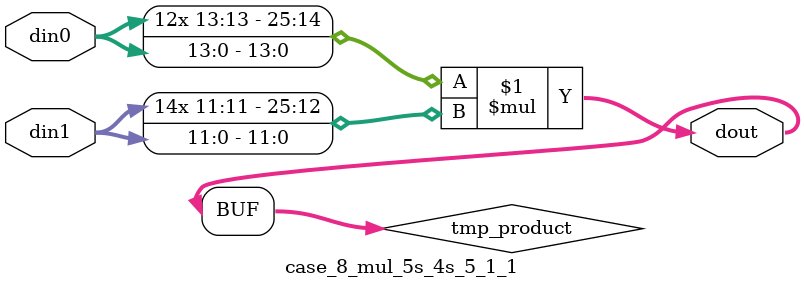
<source format=v>

`timescale 1 ns / 1 ps

 module case_8_mul_5s_4s_5_1_1(din0, din1, dout);
parameter ID = 1;
parameter NUM_STAGE = 0;
parameter din0_WIDTH = 14;
parameter din1_WIDTH = 12;
parameter dout_WIDTH = 26;

input [din0_WIDTH - 1 : 0] din0; 
input [din1_WIDTH - 1 : 0] din1; 
output [dout_WIDTH - 1 : 0] dout;

wire signed [dout_WIDTH - 1 : 0] tmp_product;



























assign tmp_product = $signed(din0) * $signed(din1);








assign dout = tmp_product;





















endmodule

</source>
